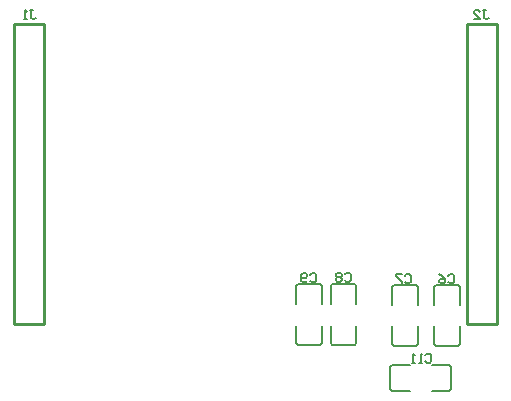
<source format=gbo>
G04*
G04 #@! TF.GenerationSoftware,Altium Limited,Altium Designer,22.11.1 (43)*
G04*
G04 Layer_Color=32896*
%FSLAX25Y25*%
%MOIN*%
G70*
G04*
G04 #@! TF.SameCoordinates,CE4FA216-54C7-4044-9C64-AD491F851F59*
G04*
G04*
G04 #@! TF.FilePolarity,Positive*
G04*
G01*
G75*
%ADD11C,0.01000*%
%ADD13C,0.00600*%
%ADD20C,0.00500*%
D11*
X153268Y148425D02*
X163268D01*
Y48425D02*
Y148425D01*
X153268Y48425D02*
X163268D01*
X153268D02*
Y148425D01*
X2087D02*
X12087D01*
Y48425D02*
Y148425D01*
X2087Y48425D02*
X12087D01*
X2087D02*
Y148425D01*
D13*
X115702Y41407D02*
X116302Y42007D01*
X107698D02*
X108298Y41407D01*
X116302Y60993D02*
X115702Y61593D01*
X108298D02*
X107698Y60993D01*
X104202Y41407D02*
X104802Y42007D01*
X96198D02*
X96798Y41407D01*
X104802Y60993D02*
X104202Y61593D01*
X96798D02*
X96198Y60993D01*
X136202Y41137D02*
X136802Y41737D01*
X128198D02*
X128798Y41137D01*
X136802Y60723D02*
X136202Y61323D01*
X128798D02*
X128198Y60723D01*
X127637Y26798D02*
X128237Y26198D01*
Y34802D02*
X127637Y34202D01*
X147223Y26198D02*
X147823Y26798D01*
Y34202D02*
X147223Y34802D01*
X142798Y61323D02*
X142198Y60723D01*
X150802D02*
X150202Y61323D01*
X142198Y41737D02*
X142798Y41137D01*
X150202D02*
X150802Y41737D01*
X108298Y41407D02*
X115702D01*
X107698Y42007D02*
Y47853D01*
X116302Y42007D02*
Y47853D01*
X108298Y61593D02*
X115702D01*
X107698Y55146D02*
Y60993D01*
X116302Y55146D02*
Y60993D01*
X96798Y41407D02*
X104202D01*
X96198Y42007D02*
Y47853D01*
X104802Y42007D02*
Y47853D01*
X96798Y61593D02*
X104202D01*
X96198Y55146D02*
Y60993D01*
X104802Y55146D02*
Y60993D01*
X128798Y41137D02*
X136202D01*
X128198Y41737D02*
Y47583D01*
X136802Y41737D02*
Y47583D01*
X128798Y61323D02*
X136202D01*
X128198Y54877D02*
Y60723D01*
X136802Y54877D02*
Y60723D01*
X128237Y34802D02*
X134083D01*
X128237Y26198D02*
X134083D01*
X127637Y26798D02*
Y34202D01*
X141376Y34802D02*
X147223D01*
X141376Y26198D02*
X147223D01*
X147823Y26798D02*
Y34202D01*
X150802Y54877D02*
Y60723D01*
X142198Y54877D02*
Y60723D01*
X142798Y61323D02*
X150202D01*
X150802Y41737D02*
Y47583D01*
X142198Y41737D02*
Y47583D01*
X142798Y41137D02*
X150202D01*
D20*
X158500Y152999D02*
X159500D01*
X159000D01*
Y150500D01*
X159500Y150001D01*
X159999D01*
X160499Y150500D01*
X155501Y150001D02*
X157500D01*
X155501Y152000D01*
Y152500D01*
X156001Y152999D01*
X157000D01*
X157500Y152500D01*
X7500Y152999D02*
X8500D01*
X8000D01*
Y150500D01*
X8500Y150001D01*
X8999D01*
X9499Y150500D01*
X6500Y150001D02*
X5501D01*
X6001D01*
Y152999D01*
X6500Y152500D01*
X139250Y38000D02*
X139749Y38500D01*
X140749D01*
X141249Y38000D01*
Y36000D01*
X140749Y35500D01*
X139749D01*
X139250Y36000D01*
X138250Y35500D02*
X137250D01*
X137750D01*
Y38500D01*
X138250Y38000D01*
X135751Y35500D02*
X134751D01*
X135251D01*
Y38500D01*
X135751Y38000D01*
X101000Y64770D02*
X101500Y65270D01*
X102499D01*
X102999Y64770D01*
Y62770D01*
X102499Y62270D01*
X101500D01*
X101000Y62770D01*
X100000D02*
X99500Y62270D01*
X98501D01*
X98001Y62770D01*
Y64770D01*
X98501Y65270D01*
X99500D01*
X100000Y64770D01*
Y64270D01*
X99500Y63770D01*
X98001D01*
X112500Y65000D02*
X113000Y65500D01*
X113999D01*
X114499Y65000D01*
Y63000D01*
X113999Y62501D01*
X113000D01*
X112500Y63000D01*
X111500Y65000D02*
X111000Y65500D01*
X110001D01*
X109501Y65000D01*
Y64500D01*
X110001Y64000D01*
X109501Y63500D01*
Y63000D01*
X110001Y62501D01*
X111000D01*
X111500Y63000D01*
Y63500D01*
X111000Y64000D01*
X111500Y64500D01*
Y65000D01*
X111000Y64000D02*
X110001D01*
X132500Y64500D02*
X133000Y65000D01*
X133999D01*
X134499Y64500D01*
Y62500D01*
X133999Y62001D01*
X133000D01*
X132500Y62500D01*
X131500Y65000D02*
X129501D01*
Y64500D01*
X131500Y62500D01*
Y62001D01*
X147000Y64500D02*
X147500Y65000D01*
X148499D01*
X148999Y64500D01*
Y62500D01*
X148499Y62001D01*
X147500D01*
X147000Y62500D01*
X144001Y65000D02*
X145001Y64500D01*
X146000Y63500D01*
Y62500D01*
X145500Y62001D01*
X144501D01*
X144001Y62500D01*
Y63000D01*
X144501Y63500D01*
X146000D01*
M02*

</source>
